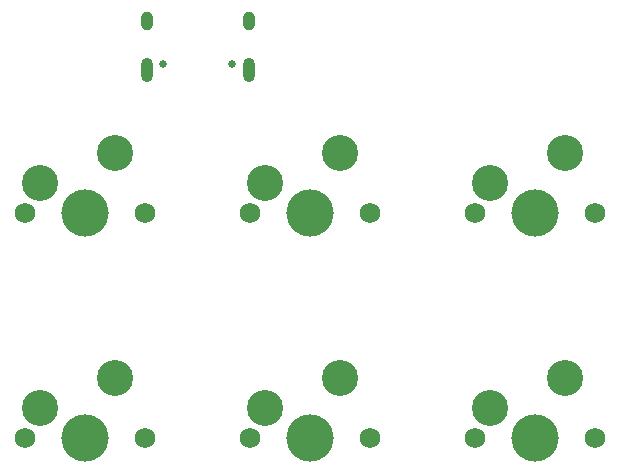
<source format=gbr>
G04 #@! TF.GenerationSoftware,KiCad,Pcbnew,8.0.2*
G04 #@! TF.CreationDate,2024-06-23T16:14:43-05:00*
G04 #@! TF.ProjectId,6KeyMacroPad,364b6579-4d61-4637-926f-5061642e6b69,rev?*
G04 #@! TF.SameCoordinates,Original*
G04 #@! TF.FileFunction,Soldermask,Top*
G04 #@! TF.FilePolarity,Negative*
%FSLAX46Y46*%
G04 Gerber Fmt 4.6, Leading zero omitted, Abs format (unit mm)*
G04 Created by KiCad (PCBNEW 8.0.2) date 2024-06-23 16:14:43*
%MOMM*%
%LPD*%
G01*
G04 APERTURE LIST*
%ADD10C,1.750000*%
%ADD11C,3.050000*%
%ADD12C,4.000000*%
%ADD13O,1.000000X2.100000*%
%ADD14O,1.000000X1.600000*%
%ADD15C,0.650000*%
G04 APERTURE END LIST*
D10*
X194786250Y-99218750D03*
D11*
X192246250Y-94138750D03*
D12*
X189706250Y-99218750D03*
D11*
X185896250Y-96678750D03*
D10*
X184626250Y-99218750D03*
X156686250Y-99218750D03*
D11*
X154146250Y-94138750D03*
D12*
X151606250Y-99218750D03*
D11*
X147796250Y-96678750D03*
D10*
X146526250Y-99218750D03*
X194786250Y-80168750D03*
D11*
X192246250Y-75088750D03*
D12*
X189706250Y-80168750D03*
D11*
X185896250Y-77628750D03*
D10*
X184626250Y-80168750D03*
X175736250Y-80168750D03*
D11*
X173196250Y-75088750D03*
D12*
X170656250Y-80168750D03*
D11*
X166846250Y-77628750D03*
D10*
X165576250Y-80168750D03*
X175736250Y-99218750D03*
D11*
X173196250Y-94138750D03*
D12*
X170656250Y-99218750D03*
D11*
X166846250Y-96678750D03*
D10*
X165576250Y-99218750D03*
X156686250Y-80168750D03*
D11*
X154146250Y-75088750D03*
D12*
X151606250Y-80168750D03*
D11*
X147796250Y-77628750D03*
D10*
X146526250Y-80168750D03*
D13*
X165451250Y-68076250D03*
D14*
X165451250Y-63896250D03*
D13*
X156811250Y-68076250D03*
D14*
X156811250Y-63896250D03*
D15*
X164021250Y-67546250D03*
X158241250Y-67546250D03*
M02*

</source>
